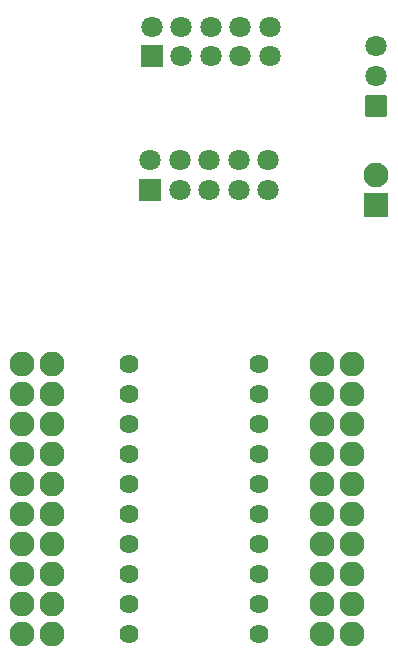
<source format=gbs>
G04 Layer: BottomSolderMaskLayer*
G04 EasyEDA v6.5.51, 2025-10-02 22:01:21*
G04 208e135f75f84b069e33606ea1abe5ef,5c351882480b49209f9ebacf817cb454,10*
G04 Gerber Generator version 0.2*
G04 Scale: 100 percent, Rotated: No, Reflected: No *
G04 Dimensions in millimeters *
G04 leading zeros omitted , absolute positions ,4 integer and 5 decimal *
%FSLAX45Y45*%
%MOMM*%

%AMMACRO1*4,1,8,-0.871,-0.9008,-0.9007,-0.8708,-0.9007,0.8711,-0.871,0.9008,0.8707,0.9008,0.9007,0.8711,0.9007,-0.8708,0.8707,-0.9008,-0.871,-0.9008,0*%
%AMMACRO2*4,1,8,-1.0211,-1.0508,-1.0508,-1.0208,-1.0508,1.0211,-1.0211,1.0508,1.0208,1.0508,1.0508,1.0211,1.0508,-1.0208,1.0208,-1.0508,-1.0211,-1.0508,0*%
%AMMACRO3*4,1,8,-0.8711,-0.9507,-0.9008,-0.9207,-0.9008,0.921,-0.8711,0.9507,0.8708,0.9507,0.9008,0.921,0.9008,-0.9207,0.8708,-0.9507,-0.8711,-0.9507,0*%
%ADD10C,2.1032*%
%ADD11MACRO1*%
%ADD12C,1.8016*%
%ADD13C,1.6240*%
%ADD14MACRO2*%
%ADD15C,2.1016*%
%ADD16MACRO3*%
%ADD17C,0.0128*%

%LPD*%
D10*
G01*
X1168400Y2603500D03*
G01*
X1422400Y2603500D03*
G01*
X1168400Y2857500D03*
G01*
X1422400Y2857500D03*
G01*
X1168400Y3111500D03*
G01*
X1422400Y3111500D03*
G01*
X1168400Y3365500D03*
G01*
X1422400Y3365500D03*
G01*
X1168400Y3619500D03*
G01*
X1422400Y3619500D03*
G01*
X1168400Y3873500D03*
G01*
X1422400Y3873500D03*
G01*
X1168400Y4127500D03*
G01*
X1422400Y4127500D03*
G01*
X1168400Y4381500D03*
G01*
X1422400Y4381500D03*
G01*
X1168400Y4635500D03*
G01*
X1422400Y4635500D03*
G01*
X1168400Y4889500D03*
G01*
X1422400Y4889500D03*
G01*
X3962400Y2603500D03*
G01*
X3708400Y2603500D03*
G01*
X3708400Y2857500D03*
G01*
X3708400Y3111500D03*
G01*
X3708400Y3365500D03*
G01*
X3708400Y3619500D03*
G01*
X3708400Y3873500D03*
G01*
X3708400Y4127500D03*
G01*
X3708400Y4381500D03*
G01*
X3708400Y4635500D03*
G01*
X3708400Y4889500D03*
G01*
X3962400Y4889500D03*
G01*
X3962400Y4635500D03*
G01*
X3962400Y4381500D03*
G01*
X3962400Y4127500D03*
G01*
X3962400Y3873500D03*
G01*
X3962400Y3619500D03*
G01*
X3962400Y3365500D03*
G01*
X3962400Y3111500D03*
G01*
X3962400Y2857500D03*
D11*
G01*
X4165600Y7073887D03*
D12*
G01*
X4165600Y7327900D03*
G01*
X4165600Y7581900D03*
D13*
G01*
X3178911Y2603500D03*
G01*
X3178886Y2857500D03*
G01*
X3178886Y3111500D03*
G01*
X3178886Y3365500D03*
G01*
X3178886Y3619500D03*
G01*
X3178886Y3873500D03*
G01*
X3178886Y4127500D03*
G01*
X3178886Y4381500D03*
G01*
X3178886Y4635500D03*
G01*
X3178886Y4889500D03*
G01*
X2078888Y2603500D03*
G01*
X2078888Y2857500D03*
G01*
X2078888Y3111500D03*
G01*
X2078888Y3365500D03*
G01*
X2078888Y3619500D03*
G01*
X2078888Y3873500D03*
G01*
X2078888Y4127500D03*
G01*
X2078888Y4381500D03*
G01*
X2078888Y4635500D03*
G01*
X2078888Y4889500D03*
D14*
G01*
X4165600Y6235700D03*
D15*
G01*
X4165600Y6489700D03*
D12*
G01*
X2268600Y7744993D03*
G01*
X2518613Y7495006D03*
G01*
X2518613Y7744993D03*
G01*
X2768600Y7495006D03*
G01*
X2768600Y7744993D03*
G01*
X3018612Y7495006D03*
G01*
X3018612Y7744993D03*
G01*
X3268599Y7495006D03*
G01*
X3268599Y7744993D03*
D16*
G01*
X2268613Y7495006D03*
D12*
G01*
X2255900Y6614693D03*
G01*
X2505913Y6364706D03*
G01*
X2505913Y6614693D03*
G01*
X2755900Y6364706D03*
G01*
X2755900Y6614693D03*
G01*
X3005912Y6364706D03*
G01*
X3005912Y6614693D03*
G01*
X3255899Y6364706D03*
G01*
X3255899Y6614693D03*
D16*
G01*
X2255913Y6364706D03*
M02*

</source>
